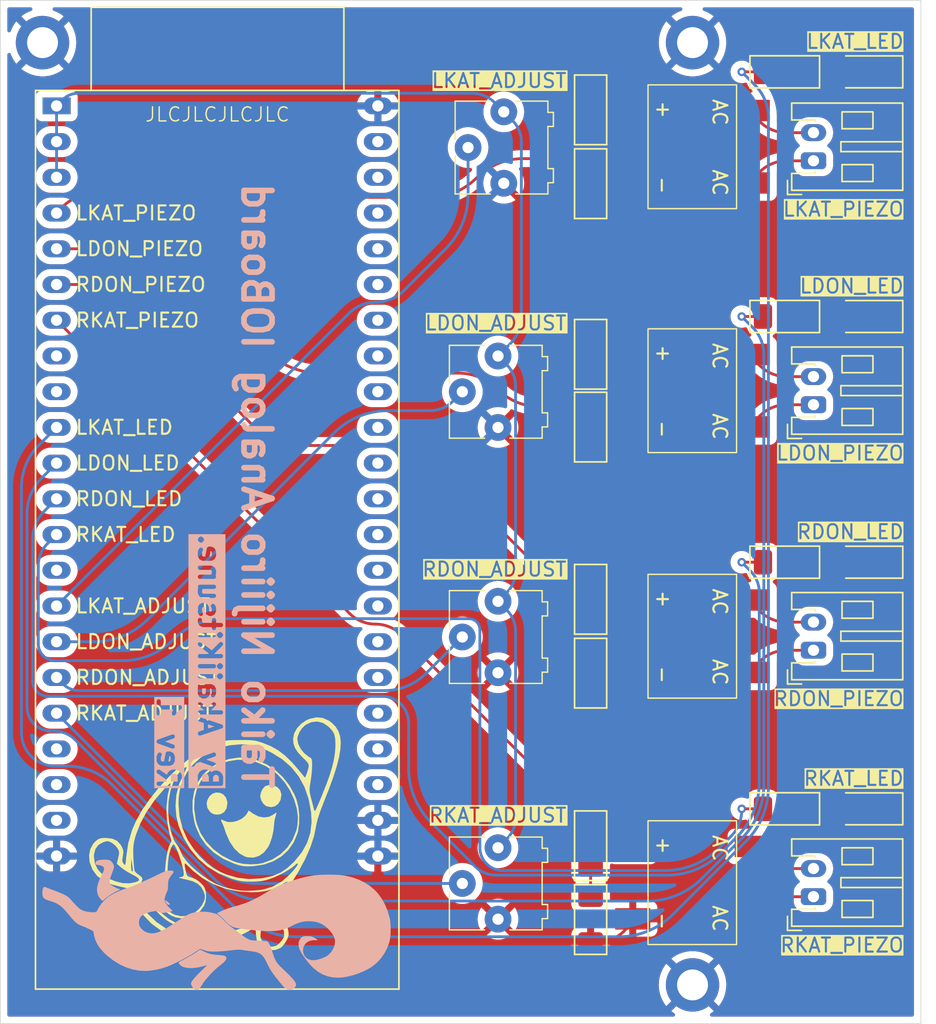
<source format=kicad_pcb>
(kicad_pcb (version 20240108) (generator "pcbnew") (generator_version "8.0")
  (title_block (title "Taiko Nijiiro Analog IOBoard") (date "2024-04-26") (rev "1") (company "AkaiiKitsune"))
  (layers (0 "F.Cu" signal) (31 "B.Cu" signal) (34 "B.Paste" user) (35 "F.Paste" user) (36 "B.SilkS" user "B.Silkscreen") (37 "F.SilkS" user "F.Silkscreen") (38 "B.Mask" user) (39 "F.Mask" user) (44 "Edge.Cuts" user))
  (net 0 "")
  (net 1 "GND")
  (net 2 "SIGNAL_LKAT_ADJUST")
  (net 3 "+3.3V")
  (net 4 "SIGNAL_LDON_ADJUST")
  (net 5 "SIGNAL_RDON_ADJUST")
  (net 6 "SIGNAL_RKAT_ADJUST")
  (net 7 "SIGNAL_RDON_PIEZO")
  (net 17 "SIGNAL_LKAT_PIEZO")
  (net 18 "Net-(D1-A)")
  (net 20 "Net-(D2-A)")
  (net 21 "SIGNAL_RKAT_PIEZO")
  (net 25 "Net-(D3-A)")
  (net 31 "Net-(D4-A)")
  (net 38 "SIGNAL_LDON_PIEZO")
  (net 40 "Net-(J1-Pin_2)")
  (net 41 "Net-(J1-Pin_1)")
  (net 42 "Net-(J2-Pin_2)")
  (net 43 "Net-(J2-Pin_1)")
  (net 44 "Net-(J3-Pin_2)")
  (net 45 "Net-(J3-Pin_1)")
  (net 46 "Net-(J4-Pin_2)")
  (net 47 "Net-(J4-Pin_1)")
  (net 48 "Net-(U1-+)")
  (net 49 "Net-(U2-+)")
  (net 50 "Net-(U3-+)")
  (net 51 "Net-(U4-+)")
  (net 52 "SIGNAL_LKAT_LED")
  (net 53 "SIGNAL_LDON_LED")
  (net 54 "SIGNAL_RDON_LED")
  (net 55 "SIGNAL_RKAT_LED")
  (footprint "PCM_Resistor_SMD_AKL:R_1206_3216Metric_Pad1.30x1.75mm_HandSolder" (layer "F.Cu") (at 110.35 90.409637 90)
    (property "Reference" "R7" (hide yes))
    (property "Value" "100k" (hide yes))
    (pad "1" smd roundrect (at -1.55 0 90) (size 1.3 1.75) (layers "F.Cu" "F.Paste" "F.Mask") (roundrect_rratio 0.192308) (net 1 "GND"))
    (pad "2" smd roundrect (at 1.55 0 90) (size 1.3 1.75) (layers "F.Cu" "F.Paste" "F.Mask") (roundrect_rratio 0.192308) (net 21 "SIGNAL_RKAT_PIEZO"))
  )
  (footprint "Farewell:DB10X SOP4" (layer "F.Cu") (at 117.6 87.784637 -90)
    (property "Reference" "U4" (hide yes))
    (property "Value" "~" (hide yes))
    (fp_text user "AC" (at 1.521429 -1.353119 -90) (layer "F.SilkS") (effects (justify left bottom)))
    (fp_text user "-" (at 2.020136 2.698566 -90) (layer "F.SilkS") (effects (justify left bottom)))
    (fp_text user "+" (at -3.358231 2.640398 -90) (layer "F.SilkS") (effects (justify left bottom)))
    (fp_text user "AC" (at -3.478571 -1.353119 -90) (layer "F.SilkS") (effects (justify left bottom)))
    (pad "1" smd rect (at 2.575 -4.25 180) (size 2.5 1.524) (layers "F.Cu" "F.Paste" "F.Mask") (net 47 "Net-(J4-Pin_1)"))
    (pad "2" smd rect (at -2.575 -4.25 180) (size 2.5 1.524) (layers "F.Cu" "F.Paste" "F.Mask") (net 46 "Net-(J4-Pin_2)"))
    (pad "3" smd rect (at -2.575 4.25 180) (size 2.5 1.524) (layers "F.Cu" "F.Paste" "F.Mask") (net 51 "Net-(U4-+)"))
    (pad "4" smd rect (at 2.575 4.25 180) (size 2.5 1.524) (layers "F.Cu" "F.Paste" "F.Mask") (net 1 "GND"))
  )
  (footprint "PCM_Espressif:ESP32-S3-DevKitC" (layer "F.Cu") (at 72.35 32.554351)
    (property "Reference" "U5" (hide yes))
    (property "Value" "ESP32-S3-DevKitC" (hide yes))
    (fp_text user "RKAT_PIEZO" (at 1.27 15.24 0) (layer "F.SilkS") (effects (justify left)))
    (fp_text user "RKAT_ADJUST" (at 1.27 43.18 0) (layer "F.SilkS") (effects (justify left)))
    (fp_text user "LKAT_ADJUST" (at 1.27 35.56 0) (layer "F.SilkS") (effects (justify left)))
    (fp_text user "LDON_PIEZO" (at 1.27 10.16 0) (layer "F.SilkS") (effects (justify left)))
    (fp_text user "RDON_ADJUST" (at 1.27 40.64 0) (layer "F.SilkS") (effects (justify left)))
    (fp_text user "RKAT_LED" (at 1.27 30.48 0) (layer "F.SilkS") (effects (justify left)))
    (fp_text user "LKAT_LED" (at 1.27 22.86 0) (layer "F.SilkS") (effects (justify left)))
    (fp_text user "RDON_LED" (at 1.27 27.94 0) (layer "F.SilkS") (effects (justify left)))
    (fp_text user "LDON_ADJUST" (at 1.27 38.1 0) (layer "F.SilkS") (effects (justify left)))
    (fp_text user "LDON_LED" (at 1.27 25.4 0) (layer "F.SilkS") (effects (justify left)))
    (fp_text user "LKAT_PIEZO" (at 1.27 7.62 0) (layer "F.SilkS") (effects (justify left)))
    (fp_text user "RDON_PIEZO" (at 1.27 12.7 0) (layer "F.SilkS") (effects (justify left)))
    (pad "1" thru_hole rect (at 0 0 270) (size 1.2 2) (drill 0.8) (layers "*.Cu" "*.Mask") (net 3 "+3.3V"))
    (pad "2" thru_hole oval (at 0 2.54 270) (size 1.2 2) (drill 0.8) (layers "*.Cu" "*.Mask") (net 3 "+3.3V"))
    (pad "3" thru_hole oval (at 0 5.08 270) (size 1.2 2) (drill 0.8) (layers "*.Cu" "*.Mask") (net 3 "+3.3V"))
    (pad "4" thru_hole oval (at 0 7.62 270) (size 1.2 2) (drill 0.8) (layers "*.Cu" "*.Mask") (net 17 "SIGNAL_LKAT_PIEZO"))
    (pad "5" thru_hole oval (at 0 10.16 270) (size 1.2 2) (drill 0.8) (layers "*.Cu" "*.Mask") (net 38 "SIGNAL_LDON_PIEZO"))
    (pad "6" thru_hole oval (at 0 12.7 270) (size 1.2 2) (drill 0.8) (layers "*.Cu" "*.Mask") (net 7 "SIGNAL_RDON_PIEZO"))
    (pad "7" thru_hole oval (at 0 15.24 270) (size 1.2 2) (drill 0.8) (layers "*.Cu" "*.Mask") (net 21 "SIGNAL_RKAT_PIEZO"))
    (pad "8" thru_hole oval (at 0 17.78 270) (size 1.2 2) (drill 0.8) (layers "*.Cu" "*.Mask"))
    (pad "9" thru_hole oval (at 0 20.32 270) (size 1.2 2) (drill 0.8) (layers "*.Cu" "*.Mask"))
    (pad "10" thru_hole oval (at 0 22.86 270) (size 1.2 2) (drill 0.8) (layers "*.Cu" "*.Mask") (net 52 "SIGNAL_LKAT_LED"))
    (pad "11" thru_hole oval (at 0 25.4 270) (size 1.2 2) (drill 0.8) (layers "*.Cu" "*.Mask") (net 53 "SIGNAL_LDON_LED"))
    (pad "12" thru_hole oval (at 0 27.94 270) (size 1.2 2) (drill 0.8) (layers "*.Cu" "*.Mask") (net 54 "SIGNAL_RDON_LED"))
    (pad "13" thru_hole oval (at 0 30.48 270) (size 1.2 2) (drill 0.8) (layers "*.Cu" "*.Mask") (net 55 "SIGNAL_RKAT_LED"))
    (pad "14" thru_hole oval (at 0 33.02 270) (size 1.2 2) (drill 0.8) (layers "*.Cu" "*.Mask"))
    (pad "15" thru_hole oval (at 0 35.56 270) (size 1.2 2) (drill 0.8) (layers "*.Cu" "*.Mask") (net 2 "SIGNAL_LKAT_ADJUST"))
    (pad "16" thru_hole oval (at 0 38.1 270) (size 1.2 2) (drill 0.8) (layers "*.Cu" "*.Mask") (net 4 "SIGNAL_LDON_ADJUST"))
    (pad "17" thru_hole oval (at 0 40.64 270) (size 1.2 2) (drill 0.8) (layers "*.Cu" "*.Mask") (net 5 "SIGNAL_RDON_ADJUST"))
    (pad "18" thru_hole oval (at 0 43.18 270) (size 1.2 2) (drill 0.8) (layers "*.Cu" "*.Mask") (net 6 "SIGNAL_RKAT_ADJUST"))
    (pad "19" thru_hole oval (at 0 45.72 270) (size 1.2 2) (drill 0.8) (layers "*.Cu" "*.Mask"))
    (pad "20" thru_hole oval (at -0.00368 48.25728 270) (size 1.2 2) (drill 0.8) (layers "*.Cu" "*.Mask"))
    (pad "21" thru_hole oval (at -0.00368 50.79728 270) (size 1.2 2) (drill 0.8) (layers "*.Cu" "*.Mask"))
    (pad "22" thru_hole oval (at -0.00368 53.33728 270) (size 1.2 2) (drill 0.8) (layers "*.Cu" "*.Mask") (net 1 "GND"))
    (pad "23" thru_hole oval (at 22.86 53.34 270) (size 1.2 2) (drill 0.8) (layers "*.Cu" "*.Mask") (net 1 "GND"))
    (pad "24" thru_hole oval (at 22.86 50.8 270) (size 1.2 2) (drill 0.8) (layers "*.Cu" "*.Mask") (net 1 "GND"))
    (pad "25" thru_hole oval (at 22.86 48.26 270) (size 1.2 2) (drill 0.8) (layers "*.Cu" "*.Mask"))
    (pad "26" thru_hole oval (at 22.86 45.72 270) (size 1.2 2) (drill 0.8) (layers "*.Cu" "*.Mask"))
    (pad "27" thru_hole oval (at 22.86 43.18 270) (size 1.2 2) (drill 0.8) (layers "*.Cu" "*.Mask"))
    (pad "28" thru_hole oval (at 22.86 40.64 270) (size 1.2 2) (drill 0.8) (layers "*.Cu" "*.Mask"))
    (pad "29" thru_hole oval (at 22.86 38.1 270) (size 1.2 2) (drill 0.8) (layers "*.Cu" "*.Mask"))
    (pad "30" thru_hole oval (at 22.86 35.56 270) (size 1.2 2) (drill 0.8) (layers "*.Cu" "*.Mask"))
    (pad "31" thru_hole oval (at 22.86 33.02 270) (size 1.2 2) (drill 0.8) (layers "*.Cu" "*.Mask"))
    (pad "32" thru_hole oval (at 22.86 30.48 270) (size 1.2 2) (drill 0.8) (layers "*.Cu" "*.Mask"))
    (pad "33" thru_hole oval (at 22.86 27.94 270) (size 1.2 2) (drill 0.8) (layers "*.Cu" "*.Mask"))
    (pad "34" thru_hole oval (at 22.86 25.4 270) (size 1.2 2) (drill 0.8) (layers "*.Cu" "*.Mask"))
    (pad "35" thru_hole oval (at 22.86 22.86 270) (size 1.2 2) (drill 0.8) (layers "*.Cu" "*.Mask"))
    (pad "36" thru_hole oval (at 22.86 20.32 270) (size 1.2 2) (drill 0.8) (layers "*.Cu" "*.Mask"))
    (pad "37" thru_hole oval (at 22.86 17.78 270) (size 1.2 2) (drill 0.8) (layers "*.Cu" "*.Mask"))
    (pad "38" thru_hole oval (at 22.86 15.24 270) (size 1.2 2) (drill 0.8) (layers "*.Cu" "*.Mask"))
    (pad "39" thru_hole oval (at 22.86 12.7 270) (size 1.2 2) (drill 0.8) (layers "*.Cu" "*.Mask"))
    (pad "40" thru_hole oval (at 22.86 10.16 270) (size 1.2 2) (drill 0.8) (layers "*.Cu" "*.Mask"))
    (pad "41" thru_hole oval (at 22.86 7.62 270) (size 1.2 2) (drill 0.8) (layers "*.Cu" "*.Mask"))
    (pad "42" thru_hole oval (at 22.86 5.08 270) (size 1.2 2) (drill 0.8) (layers "*.Cu" "*.Mask"))
    (pad "43" thru_hole oval (at 22.86 2.54 270) (size 1.2 2) (drill 0.8) (layers "*.Cu" "*.Mask"))
    (pad "44" thru_hole oval (at 22.86 0 270) (size 1.2 2) (drill 0.8) (layers "*.Cu" "*.Mask") (net 1 "GND"))
  )
  (footprint "PCM_Resistor_SMD_AKL:R_1206_3216Metric_Pad1.30x1.75mm_HandSolder" (layer "F.Cu") (at 124.1625 82.534637)
    (property "Reference" "R12" (hide yes))
    (property "Value" "220" (hide yes))
    (pad "1" smd roundrect (at -1.55 0) (size 1.3 1.75) (layers "F.Cu" "F.Paste" "F.Mask") (roundrect_rratio 0.192308) (net 55 "SIGNAL_RKAT_LED"))
    (pad "2" smd roundrect (at 1.55 0) (size 1.3 1.75) (layers "F.Cu" "F.Paste" "F.Mask") (roundrect_rratio 0.192308) (net 31 "Net-(D4-A)"))
  )
  (footprint "LOGO" (layer "F.Cu") (at 83.6 84.304351)
    (property "Reference" "G***" (hide yes))
    (property "Value" "LOGO" (hide yes))
  )
  (footprint "PCM_Resistor_SMD_AKL:R_1206_3216Metric_Pad1.30x1.75mm_HandSolder" (layer "F.Cu") (at 124.1625 30.134637)
    (property "Reference" "R9" (hide yes))
    (property "Value" "220" (hide yes))
    (pad "1" smd roundrect (at -1.55 0) (size 1.3 1.75) (layers "F.Cu" "F.Paste" "F.Mask") (roundrect_rratio 0.192308) (net 52 "SIGNAL_LKAT_LED"))
    (pad "2" smd roundrect (at 1.55 0) (size 1.3 1.75) (layers "F.Cu" "F.Paste" "F.Mask") (roundrect_rratio 0.192308) (net 18 "Net-(D1-A)"))
  )
  (footprint "PCM_Resistor_SMD_AKL:R_1206_3216Metric_Pad1.30x1.75mm_HandSolder" (layer "F.Cu") (at 110.35 55.391851 90)
    (property "Reference" "R3" (hide yes))
    (property "Value" "100k" (hide yes))
    (pad "1" smd roundrect (at -1.55 0 90) (size 1.3 1.75) (layers "F.Cu" "F.Paste" "F.Mask") (roundrect_rratio 0.192308) (net 1 "GND"))
    (pad "2" smd roundrect (at 1.55 0 90) (size 1.3 1.75) (layers "F.Cu" "F.Paste" "F.Mask") (roundrect_rratio 0.192308) (net 38 "SIGNAL_LDON_PIEZO"))
  )
  (footprint "LED_SMD:LED_1206_3216Metric_Pad1.42x1.75mm_HandSolder" (layer "F.Cu") (at 130.1 47.529351 180)
    (property "Reference" "D2" (hide yes))
    (property "Value" "LDON_LED" (at 1.175968 2.158141 180) (layer "F.SilkS" knockout))
    (pad "1" smd roundrect (at -1.4875 0 180) (size 1.425 1.75) (layers "F.Cu" "F.Paste" "F.Mask") (roundrect_rratio 0.175439) (net 1 "GND"))
    (pad "2" smd roundrect (at 1.4875 0 180) (size 1.425 1.75) (layers "F.Cu" "F.Paste" "F.Mask") (roundrect_rratio 0.175439) (net 20 "Net-(D2-A)"))
  )
  (footprint "Connector_TE-Connectivity:TE_440055-2_1x02_P2.00mm_Horizontal" (layer "F.Cu") (at 126.20729 36.454803 90)
    (property "Reference" "J1" (hide yes))
    (property "Value" "LKAT_PIEZO" (at -3.450364 2.121504 0) (layer "F.SilkS" knockout))
    (pad "1" thru_hole roundrect (at 0 0 90) (size 1.2 1.8) (drill 0.8) (layers "*.Cu" "*.Mask") (net 41 "Net-(J1-Pin_1)"))
    (pad "2" thru_hole oval (at 2 0 90) (size 1.2 1.8) (drill 0.8) (layers "*.Cu" "*.Mask") (net 40 "Net-(J1-Pin_2)"))
  )
  (footprint "PCM_SL_Footprints:potentiometer_3362P" (layer "F.Cu") (at 103.6 87.841262 -90)
    (property "Reference" "RV4" (hide yes))
    (property "Value" "RKAT_ADJUST" (at -4.841262 -0.138095 180) (layer "F.SilkS" knockout))
    (pad "1" thru_hole circle (at 2.54 -0.16 270) (size 1.9 1.9) (drill 0.8) (layers "*.Cu" "*.Mask") (net 1 "GND"))
    (pad "2" thru_hole circle (at 0 2.38 270) (size 1.9 1.9) (drill 0.8) (layers "*.Cu" "*.Mask") (net 6 "SIGNAL_RKAT_ADJUST"))
    (pad "3" thru_hole circle (at -2.54 -0.16 270) (size 1.9 1.9) (drill 0.8) (layers "*.Cu" "*.Mask") (net 3 "+3.3V"))
  )
  (footprint "Connector_TE-Connectivity:TE_440055-2_1x02_P2.00mm_Horizontal" (layer "F.Cu") (at 126.20729 71.257666 90)
    (property "Reference" "J3" (hide yes))
    (property "Value" "RDON_PIEZO" (at -3.450364 1.788171 0) (layer "F.SilkS" knockout))
    (pad "1" thru_hole roundrect (at 0 0 90) (size 1.2 1.8) (drill 0.8) (layers "*.Cu" "*.Mask") (net 45 "Net-(J3-Pin_1)"))
    (pad "2" thru_hole oval (at 2 0 90) (size 1.2 1.8) (drill 0.8) (layers "*.Cu" "*.Mask") (net 44 "Net-(J3-Pin_2)"))
  )
  (footprint "PCM_SL_Footprints:potentiometer_3362P" (layer "F.Cu") (at 103.6 52.879726 -90)
    (property "Reference" "RV2" (hide yes))
    (property "Value" "LDON_ADJUST" (at -4.879726 0.004762 180) (layer "F.SilkS" knockout))
    (pad "1" thru_hole circle (at 2.54 -0.16 270) (size 1.9 1.9) (drill 0.8) (layers "*.Cu" "*.Mask") (net 1 "GND"))
    (pad "2" thru_hole circle (at 0 2.38 270) (size 1.9 1.9) (drill 0.8) (layers "*.Cu" "*.Mask") (net 4 "SIGNAL_LDON_ADJUST"))
    (pad "3" thru_hole circle (at -2.54 -0.16 270) (size 1.9 1.9) (drill 0.8) (layers "*.Cu" "*.Mask") (net 3 "+3.3V"))
  )
  (footprint "PCM_SL_Footprints:potentiometer_3362P" (layer "F.Cu") (at 104.01 35.516262 -90)
    (property "Reference" "RV1" (hide yes))
    (property "Value" "LKAT_ADJUST" (at -4.755876 0.176667 180) (layer "F.SilkS" knockout))
    (pad "1" thru_hole circle (at 2.54 -0.16 270) (size 1.9 1.9) (drill 0.8) (layers "*.Cu" "*.Mask") (net 1 "GND"))
    (pad "2" thru_hole circle (at 0 2.38 270) (size 1.9 1.9) (drill 0.8) (layers "*.Cu" "*.Mask") (net 2 "SIGNAL_LKAT_ADJUST"))
    (pad "3" thru_hole circle (at -2.54 -0.16 270) (size 1.9 1.9) (drill 0.8) (layers "*.Cu" "*.Mask") (net 3 "+3.3V"))
  )
  (footprint "PCM_Resistor_SMD_AKL:R_1206_3216Metric_Pad1.30x1.75mm_HandSolder" (layer "F.Cu") (at 110.35 50.216851 90)
    (property "Reference" "R4" (hide yes))
    (property "Value" "100k" (hide yes))
    (pad "1" smd roundrect (at -1.55 0 90) (size 1.3 1.75) (layers "F.Cu" "F.Paste" "F.Mask") (roundrect_rratio 0.192308) (net 38 "SIGNAL_LDON_PIEZO"))
    (pad "2" smd roundrect (at 1.55 0 90) (size 1.3 1.75) (layers "F.Cu" "F.Paste" "F.Mask") (roundrect_rratio 0.192308) (net 49 "Net-(U2-+)"))
  )
  (footprint "Farewell:DB10X SOP4" (layer "F.Cu") (at 117.6 70.2625 -90)
    (property "Reference" "U3" (hide yes))
    (property "Value" "~" (hide yes))
    (fp_text user "+" (at -3.358231 2.640398 -90) (layer "F.SilkS") (effects (justify left bottom)))
    (fp_text user "-" (at 2.020136 2.698566 -90) (layer "F.SilkS") (effects (justify left bottom)))
    (fp_text user "AC" (at 1.521429 -1.353119 -90) (layer "F.SilkS") (effects (justify left bottom)))
    (fp_text user "AC" (at -3.478571 -1.353119 -90) (layer "F.SilkS") (effects (justify left bottom)))
    (pad "1" smd rect (at 2.575 -4.25 180) (size 2.5 1.524) (layers "F.Cu" "F.Paste" "F.Mask") (net 45 "Net-(J3-Pin_1)"))
    (pad "2" smd rect (at -2.575 -4.25 180) (size 2.5 1.524) (layers "F.Cu" "F.Paste" "F.Mask") (net 44 "Net-(J3-Pin_2)"))
    (pad "3" smd rect (at -2.575 4.25 180) (size 2.5 1.524) (layers "F.Cu" "F.Paste" "F.Mask") (net 50 "Net-(U3-+)"))
    (pad "4" smd rect (at 2.575 4.25 180) (size 2.5 1.524) (layers "F.Cu" "F.Paste" "F.Mask") (net 1 "GND"))
  )
  (footprint "Farewell:DB10X SOP4" (layer "F.Cu") (at 117.6 35.459637 -90)
    (property "Reference" "U1" (hide yes))
    (property "Value" "~" (hide yes))
    (fp_text user "-" (at 2.020136 2.698566 -90) (layer "F.SilkS") (effects (justify left bottom)))
    (fp_text user "AC" (at 1.521429 -1.353119 -90) (layer "F.SilkS") (effects (justify left bottom)))
    (fp_text user "AC" (at -3.478571 -1.353119 -90) (layer "F.SilkS") (effects (justify left bottom)))
    (fp_text user "+" (at -3.358231 2.640398 -90) (layer "F.SilkS") (effects (justify left bottom)))
    (pad "1" smd rect (at 2.575 -4.25 180) (size 2.5 1.524) (layers "F.Cu" "F.Paste" "F.Mask") (net 41 "Net-(J1-Pin_1)"))
    (pad "2" smd rect (at -2.575 -4.25 180) (size 2.5 1.524) (layers "F.Cu" "F.Paste" "F.Mask") (net 40 "Net-(J1-Pin_2)"))
    (pad "3" smd rect (at -2.575 4.25 180) (size 2.5 1.524) (layers "F.Cu" "F.Paste" "F.Mask") (net 48 "Net-(U1-+)"))
    (pad "4" smd rect (at 2.575 4.25 180) (size 2.5 1.524) (layers "F.Cu" "F.Paste" "F.Mask") (net 1 "GND"))
  )
  (footprint "PCM_Resistor_SMD_AKL:R_1206_3216Metric_Pad1.30x1.75mm_HandSolder" (layer "F.Cu") (at 110.35 85.159637 90)
    (property "Reference" "R8" (hide yes))
    (property "Value" "100k" (hide yes))
    (pad "1" smd roundrect (at -1.55 0 90) (size 1.3 1.75) (layers "F.Cu" "F.Paste" "F.Mask") (roundrect_rratio 0.192308) (net 21 "SIGNAL_RKAT_PIEZO"))
    (pad "2" smd roundrect (at 1.55 0 90) (size 1.3 1.75) (layers "F.Cu" "F.Paste" "F.Mask") (roundrect_rratio 0.192308) (net 51 "Net-(U4-+)"))
  )
  (footprint "Connector_TE-Connectivity:TE_440055-2_1x02_P2.00mm_Horizontal" (layer "F.Cu") (at 126.20729 88.779803 90)
    (property "Reference" "J4" (hide yes))
    (property "Value" "RKAT_PIEZO" (at -3.450364 2.026266 0) (layer "F.SilkS" knockout))
    (pad "1" thru_hole roundrect (at 0 0 90) (size 1.2 1.8) (drill 0.8) (layers "*.Cu" "*.Mask") (net 47 "Net-(J4-Pin_1)"))
    (pad "2" thru_hole oval (at 2 0 90) (size 1.2 1.8) (drill 0.8) (layers "*.Cu" "*.Mask") (net 46 "Net-(J4-Pin_2)"))
  )
  (footprint "LED_SMD:LED_1206_3216Metric_Pad1.42x1.75mm_HandSolder" (layer "F.Cu") (at 130.1 82.534637 180)
    (property "Reference" "D4" (hide yes))
    (property "Value" "RKAT_LED" (at 1.033111 2.158141 180) (layer "F.SilkS" knockout))
    (pad "1" smd roundrect (at -1.4875 0 180) (size 1.425 1.75) (layers "F.Cu" "F.Paste" "F.Mask") (roundrect_rratio 0.175439) (net 1 "GND"))
    (pad "2" smd roundrect (at 1.4875 0 180) (size 1.425 1.75) (layers "F.Cu" "F.Paste" "F.Mask") (roundrect_rratio 0.175439) (net 31 "Net-(D4-A)"))
  )
  (footprint "MountingHole:MountingHole_2.2mm_M2_DIN965_Pad" (layer "F.Cu") (at 71.35 28.054351)
    (property "Reference" "REF**" (hide yes))
    (property "Value" "MountingHole_2.2mm_M2_DIN965_Pad" (hide yes))
    (pad "1" thru_hole circle (at 0 0) (size 3.8 3.8) (drill 2.2) (layers "*.Cu" "*.Mask") (net 1 "GND"))
  )
  (footprint "Connector_TE-Connectivity:TE_440055-2_1x02_P2.00mm_Horizontal" (layer "F.Cu") (at 126.20729 53.799517 90)
    (property "Reference" "J2" (hide yes))
    (property "Value" "LDON_PIEZO" (at -3.450364 1.883409 0) (layer "F.SilkS" knockout))
    (pad "1" thru_hole roundrect (at 0 0 90) (size 1.2 1.8) (drill 0.8) (layers "*.Cu" "*.Mask") (net 43 "Net-(J2-Pin_1)"))
    (pad "2" thru_hole oval (at 2 0 90) (size 1.2 1.8) (drill 0.8) (layers "*.Cu" "*.Mask") (net 42 "Net-(J2-Pin_2)"))
  )
  (footprint "PCM_Resistor_SMD_AKL:R_1206_3216Metric_Pad1.30x1.75mm_HandSolder" (layer "F.Cu") (at 110.35 72.8875 90)
    (property "Reference" "R5" (hide yes))
    (property "Value" "100k" (hide yes))
    (pad "1" smd roundrect (at -1.55 0 90) (size 1.3 1.75) (layers "F.Cu" "F.Paste" "F.Mask") (roundrect_rratio 0.192308) (net 1 "GND"))
    (pad "2" smd roundrect (at 1.55 0 90) (size 1.3 1.75) (layers "F.Cu" "F.Paste" "F.Mask") (roundrect_rratio 0.192308) (net 7 "SIGNAL_RDON_PIEZO"))
  )
  (footprint "LED_SMD:LED_1206_3216Metric_Pad1.42x1.75mm_HandSolder" (layer "F.Cu") (at 130.1 65 180)
    (property "Reference" "D3" (hide yes))
    (property "Value" "RDON_LED" (at 1.271206 2.158141 180) (layer "F.SilkS" knockout))
    (pad "1" smd roundrect (at -1.4875 0 180) (size 1.425 1.75) (layers "F.Cu" "F.Paste" "F.Mask") (roundrect_rratio 0.175439) (net 1 "GND"))
    (pad "2" smd roundrect (at 1.4875 0 180) (size 1.425 1.75) (layers "F.Cu" "F.Paste" "F.Mask") (roundrect_rratio 0.175439) (net 25 "Net-(D3-A)"))
  )
  (footprint "PCM_Resistor_SMD_AKL:R_1206_3216Metric_Pad1.30x1.75mm_HandSolder" (layer "F.Cu") (at 110.35 67.6375 90)
    (property "Reference" "R6" (hide yes))
    (property "Value" "100k" (hide yes))
    (pad "1" smd roundrect (at -1.55 0 90) (size 1.3 1.75) (layers "F.Cu" "F.Paste" "F.Mask") (roundrect_rratio 0.192308) (net 7 "SIGNAL_RDON_PIEZO"))
    (pad "2" smd roundrect (at 1.55 0 90) (size 1.3 1.75) (layers "F.Cu" "F.Paste" "F.Mask") (roundrect_rratio 0.192308) (net 50 "Net-(U3-+)"))
  )
  (footprint "LED_SMD:LED_1206_3216Metric_Pad1.42x1.75mm_HandSolder" (layer "F.Cu") (at 130.1 30.134637 180)
    (property "Reference" "D1" (hide yes))
    (property "Value" "LKAT_LED" (at 0.937873 2.158141 180) (layer "F.SilkS" knockout))
    (pad "1" smd roundrect (at -1.4875 0 180) (size 1.425 1.75) (layers "F.Cu" "F.Paste" "F.Mask") (roundrect_rratio 0.175439) (net 1 "GND"))
    (pad "2" smd roundrect (at 1.4875 0 180) (size 1.425 1.75) (layers "F.Cu" "F.Paste" "F.Mask") (roundrect_rratio 0.175439) (net 18 "Net-(D1-A)"))
  )
  (footprint "MountingHole:MountingHole_2.2mm_M2_DIN965_Pad" (layer "F.Cu") (at 117.6 95.054351)
    (property "Reference" "REF**" (hide yes))
    (property "Value" "MountingHole_2.2mm_M2_DIN965_Pad" (hide yes))
    (pad "1" thru_hole circle (at 0 0) (size 3.8 3.8) (drill 2.2) (layers "*.Cu" "*.Mask") (net 1 "GND"))
  )
  (footprint "PCM_Resistor_SMD_AKL:R_1206_3216Metric_Pad1.30x1.75mm_HandSolder" (layer "F.Cu") (at 110.35 32.834637 90)
    (property "Reference" "R1" (hide yes))
    (property "Value" "100k" (hide yes))
    (pad "1" smd roundrect (at -1.55 0 90) (size 1.3 1.75) (layers "F.Cu" "F.Paste" "F.Mask") (roundrect_rratio 0.192308) (net 17 "SIGNAL_LKAT_PIEZO"))
    (pad "2" smd roundrect (at 1.55 0 90) (size 1.3 1.75) (layers "F.Cu" "F.Paste" "F.Mask") (roundrect_rratio 0.192308) (net 48 "Net-(U1-+)"))
  )
  (footprint "PCM_Resistor_SMD_AKL:R_1206_3216Metric_Pad1.30x1.75mm_HandSolder" (layer "F.Cu") (at 124.1625 65)
    (property "Reference" "R11" (hide yes))
    (property "Value" "220" (hide yes))
    (pad "1" smd roundrect (at -1.55 0) (size 1.3 1.75) (layers "F.Cu" "F.Paste" "F.Mask") (roundrect_rratio 0.192308) (net 54 "SIGNAL_RDON_LED"))
    (pad "2" smd roundrect (at 1.55 0) (size 1.3 1.75) (layers "F.Cu" "F.Paste" "F.Mask") (roundrect_rratio 0.192308) (net 25 "Net-(D3-A)"))
  )
  (footprint "PCM_Resistor_SMD_AKL:R_1206_3216Metric_Pad1.30x1.75mm_HandSolder" (layer "F.Cu") (at 124.1625 47.529351)
    (property "Reference" "R10" (hide yes))
    (property "Value" "220" (hide yes))
    (pad "1" smd roundrect (at -1.55 0) (size 1.3 1.75) (layers "F.Cu" "F.Paste" "F.Mask") (roundrect_rratio 0.192308) (net 53 "SIGNAL_LDON_LED"))
    (pad "2" smd roundrect (at 1.55 0) (size 1.3 1.75) (layers "F.Cu" "F.Paste" "F.Mask") (roundrect_rratio 0.192308) (net 20 "Net-(D2-A)"))
  )
  (footprint "PCM_SL_Footprints:potentiometer_3362P" (layer "F.Cu") (at 103.6 70.319125 -90)
    (property "Reference" "RV3" (hide yes))
    (property "Value" "RDON_ADJUST" (at -4.819125 0.1 180) (layer "F.SilkS" knockout))
    (pad "1" thru_hole circle (at 2.54 -0.16 270) (size 1.9 1.9) (drill 0.8) (layers "*.Cu" "*.Mask") (net 1 "GND"))
    (pad "2" thru_hole circle (at 0 2.38 270) (size 1.9 1.9) (drill 0.8) (layers "*.Cu" "*.Mask") (net 5 "SIGNAL_RDON_ADJUST"))
    (pad "3" thru_hole circle (at -2.54 -0.16 270) (size 1.9 1.9) (drill 0.8) (layers "*.Cu" "*.Mask") (net 3 "+3.3V"))
  )
  (footprint "Farewell:DB10X SOP4" (layer "F.Cu") (at 117.6 52.804351 -90)
    (property "Reference" "U2" (hide yes))
    (property "Value" "~" (hide yes))
    (fp_text user "AC" (at 1.521429 -1.353119 -90) (layer "F.SilkS") (effects (justify left bottom)))
    (fp_text user "-" (at 2.020136 2.698566 -90) (layer "F.SilkS") (effects (justify left bottom)))
    (fp_text user "AC" (at -3.478571 -1.353119 -90) (layer "F.SilkS") (effects (justify left bottom)))
    (fp_text user "+" (at -3.358231 2.640398 -90) (layer "F.SilkS") (effects (justify left bottom)))
    (pad "1" smd rect (at 2.575 -4.25 180) (size 2.5 1.524) (layers "F.Cu" "F.Paste" "F.Mask") (net 43 "Net-(J2-Pin_1)"))
    (pad "2" smd rect (at -2.575 -4.25 180) (size 2.5 1.524) (layers "F.Cu" "F.Paste" "F.Mask") (net 42 "Net-(J2-Pin_2)"))
    (pad "3" smd rect (at -2.575 4.25 180) (size 2.5 1.524) (layers "F.Cu" "F.Paste" "F.Mask") (net 49 "Net-(U2-+)"))
    (pad "4" smd rect (at 2.575 4.25 180) (size 2.5 1.524) (layers "F.Cu" "F.Paste" "F.Mask") (net 1 "GND"))
  )
  (footprint "MountingHole:MountingHole_2.2mm_M2_DIN965_Pad" (layer "F.Cu") (at 117.6 28.054351)
    (property "Reference" "REF**" (hide yes))
    (property "Value" "MountingHole_2.2mm_M2_DIN965_Pad" (hide yes))
    (pad "1" thru_hole circle (at 0 0) (size 3.8 3.8) (drill 2.2) (layers "*.Cu" "*.Mask") (net 1 "GND"))
  )
  (footprint "PCM_Resistor_SMD_AKL:R_1206_3216Metric_Pad1.30x1.75mm_HandSolder" (layer "F.Cu") (at 110.35 38.084637 90)
    (property "Reference" "R2" (hide yes))
    (property "Value" "100k" (hide yes))
    (pad "1" smd roundrect (at -1.55 0 90) (size 1.3 1.75) (layers "F.Cu" "F.Paste" "F.Mask") (roundrect_rratio 0.192308) (net 1 "GND"))
    (pad "2" smd roundrect (at 1.55 0 90) (size 1.3 1.75) (layers "F.Cu" "F.Paste" "F.Mask") (roundrect_rratio 0.192308) (net 17 "SIGNAL_LKAT_PIEZO"))
  )
  (footprint "LOGO" (layer "B.Cu") (at 83.753239 90.804351 90)
    (property "Reference" "G***" (hide yes))
    (property "Value" "LOGO" (hide yes))
  )
  (gr_rect (start 68.349999 25.049509) (end 133.85 97.807983) (stroke (width 0.05)) (fill none) (layer "Edge.Cuts"))
  (gr_text "Rev 1" (at 79.418 81.304351 270) (layer "B.SilkS" knockout) (effects (font (size 1.5 1.5) (thickness 0.3) (bold yes)) (justify left bottom mirror)))
  (gr_text "By AkaiiKitsune." (at 82.35 81.304351 270) (layer "B.SilkS" knockout) (effects (font (size 1.5 1.5) (thickness 0.3) (bold yes)) (justify left bottom mirror)))
  (gr_text "Taiko Nijiiro Analog IOBoard" (at 85.418 81.304351 270) (layer "B.SilkS") (effects (font (size 2 2) (thickness 0.4) (bold yes)) (justify left bottom mirror)))
  (gr_text "JLCJLCJLCJLC" (at 78.587142 33.75 0) (layer "F.SilkS") (effects (font (size 1 1) (thickness 0.1)) (justify left bottom)))
  (segment (start 112.701799 73.7357) (end 113.6 72.8375) (width 0.2) (layer "F.Cu") (net 1))
  (segment (start 112.752557 56.226793) (end 113.6 55.379351) (width 0.2) (layer "F.Cu") (net 1))
  (segment (start 112.701799 91.257837) (end 113.6 90.359637) (width 0.2) (layer "F.Cu") (net 1))
  (segment (start 111.2375 56.854351) (end 110.35 56.854351) (width 0.2) (layer "F.Cu") (net 1))
  (segment (start 112.701799 38.932837) (end 113.6 38.034637) (width 0.2) (layer "F.Cu") (net 1))
  (segment (start 111.21875 91.872137) (end 110.35 91.872137) (width 0.2) (layer "F.Cu") (net 1))
  (segment (start 111.21875 74.35) (end 110.35 74.35) (width 0.2) (layer "F.Cu") (net 1))
  (segment (start 111.21875 39.547137) (end 110.35 39.547137) (width 0.2) (layer "F.Cu") (net 1))
  (arc (start 112.752557 56.226793) (mid 112.057443 56.691253) (end 111.2375 56.854351) (width 0.2) (layer "F.Cu") (net 1))
  (arc (start 112.701799 91.257837) (mid 112.02137 91.712485) (end 111.21875 91.872137) (width 0.2) (layer "F.Cu") (net 1))
  (arc (start 112.701799 73.7357) (mid 112.02137 74.190348) (end 111.21875 74.35) (width 0.2) (layer "F.Cu") (net 1))
  (arc (start 112.701799 38.932837) (mid 112.02137 39.387485) (end 111.21875 39.547137) (width 0.2) (layer "F.Cu") (net 1))
  (segment (start 100.036207 42.713792) (end 97.058098 45.691901) (width 0.2) (layer "B.Cu") (net 2))
  (segment (start 93.156252 47.308098) (end 72.35 68.114351) (width 0.2) (layer "B.Cu") (net 2))
  (segment (start 101.63 38.866036) (end 101.63 35.516262) (width 0.2) (layer "B.Cu") (net 2))
  (arc (start 97.058098 45.691901) (mid 96.163007 46.289981) (end 95.107175 46.5) (width 0.2) (layer "B.Cu") (net 2))
  (arc (start 95.107175 46.5) (mid 94.051343 46.710017) (end 93.156252 47.308098) (width 0.2) (layer "B.Cu") (net 2))
  (arc (start 101.63 38.866036) (mid 101.215786 40.948426) (end 100.036207 42.713792) (width 0.2) (layer "B.Cu") (net 2))
  (segment (start 72.35 35.094351) (end 72.35 33.190747) (width 0.2) (layer "B.Cu") (net 3))
  (segment (start 103.545 32.351262) (end 104.795 33.601262) (width 0.2) (layer "B.Cu") (net 3))
  (segment (start 103.545 32.351262) (end 103.509044 32.315306) (width 0.2) (layer "B.Cu") (net 3))
  (segment (start 104.385 84.676262) (end 103.76 85.301262) (width 0.2) (layer "B.Cu") (net 3))
  (segment (start 104.59 49.509726) (end 104.385 49.714726) (width 0.2) (layer "B.Cu") (net 3))
  (segment (start 105.01 83.167378) (end 105.01 69.913008) (width 0.2) (layer "B.Cu") (net 3))
  (segment (start 72.35 35.094351) (end 72.35 37.634351) (width 0.2) (layer "B.Cu") (net 3))
  (segment (start 73.886396 31.654351) (end 101.913356 31.654351) (width 0.2) (layer "B.Cu") (net 3))
  (segment (start 105.01 52.473609) (end 105.01 65.645241) (width 0.2) (layer "B.Cu") (net 3))
  (segment (start 105.42 47.505928) (end 105.42 35.110145) (width 0.2) (layer "B.Cu") (net 3))
  (arc (start 104.795 33.601262) (mid 105.257567 34.293543) (end 105.42 35.110145) (width 0.2) (layer "B.Cu") (net 3))
  (arc (start 104.385 50.964726) (mid 104.847567 51.657007) (end 105.01 52.473609) (width 0.2) (layer "B.Cu") (net 3))
  (arc (start 104.385 68.404125) (mid 104.847567 69.096406) (end 105.01 69.913008) (width 0.2) (layer "B.Cu") (net 3))
  (arc (start 105.01 65.645241) (mid 104.847567 66.461843) (end 104.385 67.154125) (width 0.2) (layer "B.Cu") (net 3))
  (arc (start 105.42 47.505928) (mid 105.20429 48.590375) (end 104.59 49.509726) (width 0.2) (layer "B.Cu") (net 3))
  (arc (start 103.509044 32.315306) (mid 102.776936 31.826127) (end 101.913356 31.654351) (width 0.2) (layer "B.Cu") (net 3))
  (arc (start 104.385 49.714726) (mid 104.126116 50.339726) (end 104.385 50.964726) (width 0.2) (layer "B.Cu") (net 3))
  (arc (start 73.886396 31.654351) (mid 73.298442 31.771302) (end 72.8 32.104351) (width 0.2) (layer "B.Cu") (net 3))
  (arc (start 72.8 32.104351) (mid 72.466951 32.602793) (end 72.35 33.190747) (width 0.2) (layer "B.Cu") (net 3))
  (arc (start 104.385 67.154125) (mid 104.126116 67.779125) (end 104.385 68.404125) (width 0.2) (layer "B.Cu") (net 3))
  (arc (start 105.01 83.167378) (mid 104.847567 83.98398) (end 104.385 84.676262) (width 0.2) (layer "B.Cu") (net 3))
  (segment (start 78.843792 69.060558) (end 92.08733 55.81702) (width 0.2) (layer "B.Cu") (net 4))
  (segment (start 100.548249 53.551477) (end 101.22 52.879726) (width 0.2) (layer "B.Cu") (net 4))
  (segment (start 74.996036 70.654351) (end 72.35 70.654351) (width 0.2) (layer "B.Cu") (net 4))
  (segment (start 98.926498 54.223228) (end 95.935086 54.223228) (width 0.2) (layer "B.Cu") (net 4))
  (arc (start 95.935086 54.223228) (mid 93.852695 54.637441) (end 92.08733 55.81702) (width 0.2) (layer "B.Cu") (net 4))
  (arc (start 100.548249 53.551477) (mid 99.804183 54.048645) (end 98.926498 54.223228) (width 0.2) (layer "B.Cu") (net 4))
  (arc (start 78.843792 69.060558) (mid 77.078426 70.240137) (end 74.996036 70.654351) (width 0.2) (layer "B.Cu") (net 4))
  (segment (start 98.626883 72.912241) (end 101.22 70.319125) (width 0.2) (layer "B.Cu") (net 5))
  (segment (start 72.817615 73.661966) (end 72.35 73.194351) (width 0.2) (layer "B.Cu") (net 5))
  (segment (start 95.68796 74.129582) (end 73.946539 74.129582) (width 0.2) (layer "B.Cu") (net 5))
  (arc (start 72.817615 73.661966) (mid 73.335569 74.008052) (end 73.946539 74.129582) (width 0.2) (layer "B.Cu") (net 5))
  (arc (start 98.626883 72.912241) (mid 97.278494 73.813206) (end 95.68796 74.129582) (width 0.2) (layer "B.Cu") (net 5))
  (segment (start 86.710874 87.841262) (end 101.22 87.841262) (width 0.2) (layer "B.Cu") (net 6))
  (segment (start 82.863118 86.247469) (end 72.35 75.734351) (width 0.2) (layer "B.Cu") (net 6))
  (arc (start 82.863118 86.247469) (mid 84.628483 87.427048) (end 86.710874 87.841262) (width 0.2) (layer "B.Cu") (net 6))
  (segment (start 95.695607 56.699571) (end 89.999183 56.699571) (width 0.2) (layer "F.Cu") (net 7))
  (segment (start 110.35 69.1) (end 99.543363 58.293363) (width 0.2) (layer "F.Cu") (net 7))
  (segment (start 77.696535 46.650886) (end 86.151427 55.105778) (width 0.2) (layer "F.Cu") (net 7))
  (segment (start 110.35 69.1) (end 110.35 71.425) (width 0.2) (layer "F.Cu") (net 7))
  (segment (start 74.325 45.254351) (end 72.35 45.254351) (width 0.2) (layer "F.Cu") (net 7))
  (arc (start 77.696535 46.650886) (mid 76.149661 45.617298) (end 74.325 45.254351) (width 0.2) (layer "F.Cu") (net 7))
  (arc (start 99.543363 58.293363) (mid 97.777997 57.113784) (end 95.695607 56.699571) (width 0.2) (layer "F.Cu") (net 7))
  (arc (start 86.151427 55.105778) (mid 87.916792 56.285357) (end 89.999183 56.699571) (width 0.2) (layer "F.Cu") (net 7))
  (segment (start 98.905456 39.054351) (end 74.261959 39.054351) (width 0.2) (layer "F.Cu") (net 17))
  (segment (start 72.91 39.614351) (end 72.35 40.174351) (width 0.2) (layer "F.Cu") (net 17))
  (segment (start 109.807505 36.304351) (end 105.544543 36.304351) (width 0.2) (layer "F.Cu") (net 17))
  (segment (start 110.35 36.397428) (end 110.35 34.297137) (width 0.2) (layer "F.Cu") (net 17))
  (arc (start 110.191107 36.463244) (mid 110.292541 36.48342) (end 110.35 36.397428) (width 0.2) (layer "F.Cu") (net 17))
  (arc (start 102.225 37.679351) (mid 100.70198 38.697) (end 98.905456 39.054351) (width 0.2) (layer "F.Cu") (net 17))
  (arc (start 74.261959 39.054351) (mid 73.530284 39.19989) (end 72.91 39.614351) (width 0.2) (layer "F.Cu") (net 17))
  (arc (start 110.191107 36.463244) (mid 110.015108 36.345645) (end 109.807505 36.304351) (width 0.2) (layer "F.Cu") (net 17))
  (arc (start 105.544543 36.304351) (mid 103.748019 36.661701) (end 102.225 37.679351) (width 0.2) (layer "F.Cu") (net 17))
  (segment (start 125.625 30.134637) (end 128.7 30.134637) (width 0.2) (layer "F.Cu") (net 18))
  (segment (start 125.625 47.529351) (end 128.7 47.529351) (width 0.2) (layer "F.Cu") (net 20))
  (segment (start 107.671063 80.946102) (end 96.894302 70.169341) (width 0.2) (layer "F.Cu") (net 21))
  (segment (start 109.540349 85.812486) (end 110.35 86.622137) (width 0.2) (layer "F.Cu") (net 21))
  (segment (start 93.191055 68.635406) (end 72.35 47.794351) (width 0.2) (layer "F.Cu") (net 21))
  (segment (start 108.730698 83.857815) (end 108.730698 83.504286) (width 0.2) (layer "F.Cu") (net 21))
  (segment (start 110.35 86.622137) (end 110.35 88.947137) (width 0.2) (layer "F.Cu") (net 21))
  (arc (start 108.730698 83.857815) (mid 108.941119 84.915675) (end 109.540349 85.812486) (width 0.2) (layer "F.Cu") (net 21))
  (arc (start 93.191055 68.635406) (mid 94.040587 69.203045) (end 95.042679 69.402374) (width 0.2) (layer "F.Cu") (net 21))
  (arc (start 96.894302 70.169341) (mid 96.04477 69.601702) (end 95.042679 69.402374) (width 0.2) (layer "F.Cu") (net 21))
  (arc (start 107.671063 80.946102) (mid 108.455307 82.119807) (end 108.730698 83.504286) (width 0.2) (layer "F.Cu") (net 21))
  (segment (start 125.625 65) (end 128.7 65) (width 0.2) (layer "F.Cu") (net 25))
  (segment (start 125.625 82.534637) (end 128.7 82.534637) (width 0.2) (layer "F.Cu") (net 31))
  (segment (start 110.35 53.929351) (end 106.654378 53.929351) (width 0.2) (layer "F.Cu") (net 38))
  (segment (start 110.35 53.929351) (end 110.35 51.679351) (width 0.2) (layer "F.Cu") (net 38))
  (segment (start 81.603792 44.308143) (end 87.256207 49.960558) (width 0.2) (layer "F.Cu") (net 38))
  (segment (start 77.756036 42.714351) (end 72.35 42.714351) (width 0.2) (layer "F.Cu") (net 38))
  (segment (start 100.920621 51.554351) (end 91.103963 51.554351) (width 0.2) (layer "F.Cu") (net 38))
  (arc (start 81.603792 44.308143) (mid 79.838426 43.128564) (end 77.756036 42.714351) (width 0.2) (layer "F.Cu") (net 38))
  (arc (start 103.7875 52.741851) (mid 105.102834 53.620729) (end 106.654378 53.929351) (width 0.2) (layer "F.Cu") (net 38))
  (arc (start 103.7875 52.741851) (mid 102.472164 51.862972) (end 100.920621 51.554351) (width 0.2) (layer "F.Cu") (net 38))
  (arc (start 87.256207 49.960558) (mid 89.021572 51.140137) (end 91.103963 51.554351) (width 0.2) (layer "F.Cu") (net 38))
  (segment (start 124.288693 34.459637) (end 125.975 34.459637) (width 0.2) (layer "F.Cu") (net 40))
  (segment (start 122.3875 33.672137) (end 121.6 32.884637) (width 0.2) (layer "F.Cu") (net 40))
  (arc (start 122.3875 33.672137) (mid 123.259774 34.254972) (end 124.288693 34.459637) (width 0.2) (layer "F.Cu") (net 40))
  (segment (start 124.288693 36.459637) (end 125.975 36.459637) (width 0.2) (layer "F.Cu") (net 41))
  (segment (start 122.3875 37.247137) (end 121.6 38.034637) (width 0.2) (layer "F.Cu") (net 41))
  (arc (start 124.288693 36.459637) (mid 123.259774 36.664301) (end 122.3875 37.247137) (width 0.2) (layer "F.Cu") (net 41))
  (segment (start 124.288693 51.804351) (end 125.975 51.804351) (width 0.2) (layer "F.Cu") (net 42))
  (segment (start 122.3875 51.016851) (end 121.6 50.229351) (width 0.2) (layer "F.Cu") (net 42))
  (arc (start 122.3875 51.016851) (mid 123.259774 51.599686) (end 124.288693 51.804351) (width 0.2) (layer "F.Cu") (net 42))
  (segment (start 122.3875 54.591851) (end 121.6 55.379351) (width 0.2) (layer "F.Cu") (net 43))
  (segment (start 124.288693 53.804351) (end 125.975 53.804351) (width 0.2) (layer "F.Cu") (net 43))
  (arc (start 124.288693 53.804351) (mid 123.259774 54.009015) (end 122.3875 54.591851) (width 0.2) (layer "F.Cu") (net 43))
  (segment (start 124.288693 69.2625) (end 125.975 69.2625) (width 0.2) (layer "F.Cu") (net 44))
  (segment (start 122.3875 68.475) (end 121.6 67.6875) (width 0.2) (layer "F.Cu") (net 44))
  (arc (start 122.3875 68.475) (mid 123.259774 69.057835) (end 124.288693 69.2625) (width 0.2) (layer "F.Cu") (net 44))
  (segment (start 124.288693 71.2625) (end 125.975 71.2625) (width 0.2) (layer "F.Cu") (net 45))
  (segment (start 122.3875 72.05) (end 121.6 72.8375) (width 0.2) (layer "F.Cu") (net 45))
  (arc (start 124.288693 71.2625) (mid 123.259774 71.467164) (end 122.3875 72.05) (width 0.2) (layer "F.Cu") (net 45))
  (segment (start 122.3875 85.997137) (end 121.6 85.209637) (width 0.2) (layer "F.Cu") (net 46))
  (segment (start 124.288693 86.784637) (end 125.975 86.784637) (width 0.2) (layer "F.Cu") (net 46))
  (arc (start 122.3875 85.997137) (mid 123.259774 86.579972) (end 124.288693 86.784637) (width 0.2) (layer "F.Cu") (net 46))
  (segment (start 122.3875 89.572137) (end 121.6 90.359637) (width 0.2) (layer "F.Cu") (net 47))
  (segment (start 124.288693 88.784637) (end 125.975 88.784637) (width 0.2) (layer "F.Cu") (net 47))
  (arc (start 124.288693 88.784637) (mid 123.259774 88.989301) (end 122.3875 89.572137) (width 0.2) (layer "F.Cu") (net 47))
  (segment (start 111.21875 31.372137) (end 110.35 31.372137) (width 0.2) (layer "F.Cu") (net 48))
  (segment (start 112.701799 31.986436) (end 113.6 32.884637) (width 0.2) (layer "F.Cu") (net 48))
  (arc (start 112.701799 31.986436) (mid 112.02137 31.531788) (end 111.21875 31.372137) (width 0.2) (layer "F.Cu") (net 48))
  (segment (start 111.2375 48.754351) (end 110.35 48.754351) (width 0.2) (layer "F.Cu") (net 49))
  (segment (start 112.752557 49.381908) (end 113.6 50.229351) (width 0.2) (layer "F.Cu") (net 49))
  (arc (start 112.752557 49.381908) (mid 112.057443 48.917447) (end 111.2375 48.754351) (width 0.2) (layer "F.Cu") (net 49))
  (segment (start 112.701799 66.789299) (end 113.6 67.6875) (width 0.2) (layer "F.Cu") (net 50))
  (segment (start 111.21875 66.175) (end 110.35 66.175) (width 0.2) (layer "F.Cu") (net 50))
  (arc (start 112.701799 66.789299) (mid 112.02137 66.334651) (end 111.21875 66.175) (width 0.2) (layer "F.Cu") (net 50))
  (segment (start 112.701799 84.311436) (end 113.6 85.209637) (width 0.2) (layer "F.Cu") (net 51))
  (segment (start 111.21875 83.697137) (end 110.35 83.697137) (width 0.2) (layer "F.Cu") (net 51))
  (arc (start 112.701799 84.311436) (mid 112.02137 83.856788) (end 111.21875 83.697137) (width 0.2) (layer "F.Cu") (net 51))
  (segment (start 121.1 30.134637) (end 122.7 30.134637) (width 0.2) (layer "F.Cu") (net 52))
  (via (at 121.1 30.134637) (size 0.6) (drill 0.3) (layers "F.Cu" "B.Cu") (net 52))
  (segment (start 123 33.378139) (end 123 80.996036) (width 0.2) (layer "B.Cu") (net 52))
  (segment (start 116.21253 90.037469) (end 121.406207 84.843792) (width 0.2) (layer "B.Cu") (net 52))
  (segment (start 89.369502 91.631262) (end 112.364774 91.631262) (width 0.2) (layer "B.Cu") (net 52))
  (segment (start 85.521746 90.037469) (end 76.304543 80.820266) (width 0.2) (layer "B.Cu") (net 52))
  (segment (start 71.1 56.664351) (end 72.35 55.414351) (width 0.2) (layer "B.Cu") (net 52))
  (segment (start 69.85 77.11005) (end 69.85 59.682117) (width 0.2) (layer "B.Cu") (net 52))
  (segment (start 122.05 31.084637) (end 121.1 30.134637) (width 0.2) (layer "B.Cu") (net 52))
  (segment (start 73.117138 79.5) (end 72.239949 79.5) (width 0.2) (layer "B.Cu") (net 52))
  (arc (start 116.21253 90.037469) (mid 114.447164 91.217048) (end 112.364774 91.631262) (width 0.2) (layer "B.Cu") (net 52))
  (arc (start 85.521746 90.037469) (mid 87.287111 91.217048) (end 89.369502 91.631262) (width 0.2) (layer "B.Cu") (net 52))
  (arc (start 71.1 56.664351) (mid 70.174864 58.048913) (end 69.85 59.682117) (width 0.2) (layer "B.Cu") (net 52))
  (arc (start 122.05 31.084637) (mid 122.753103 32.136904) (end 123 33.378139) (width 0.2) (layer "B.Cu") (net 52))
  (arc (start 76.304543 80.820266) (mid 74.842149 79.843125) (end 73.117138 79.5) (width 0.2) (layer "B.Cu") (net 52))
  (arc (start 70.55 78.8) (mid 71.325355 79.318075) (end 72.239949 79.5) (width 0.2) (layer "B.Cu") (net 52))
  (arc (start 123 80.996036) (mid 122.585786 83.078426) (end 121.406207 84.843792) (width 0.2) (layer "B.Cu") (net 52))
  (arc (start 69.85 77.11005) (mid 70.031924 78.024644) (end 70.55 78.8) (width 0.2) (layer "B.Cu") (net 52))
  (segment (start 121.1 47.529351) (end 122.7 47.529351) (width 0.2) (layer "F.Cu") (net 53))
  (via (at 121.1 47.529351) (size 0.6) (drill 0.3) (layers "F.Cu" "B.Cu") (net 53))
  (segment (start 71.957106 77) (end 72.149981 77) (width 0.2) (layer "B.Cu") (net 53))
  (segment (start 121.1 47.529351) (end 121.8865 48.315851) (width 0.2) (layer "B.Cu") (net 53))
  (segment (start 70.25 75.292893) (end 70.25 61.539275) (width 0.2) (layer "B.Cu") (net 53))
  (segment (start 83.547432 87.497469) (end 73.686346 77.636383) (width 0.2) (layer "B.Cu") (net 53))
  (segment (start 71.3 59.004351) (end 72.35 57.954351) (width 0.2) (layer "B.Cu") (net 53))
  (segment (start 122.673 50.214629) (end 122.673 80.823036) (width 0.2) (layer "B.Cu") (net 53))
  (segment (start 87.395188 89.091262) (end 114.404774 89.091262) (width 0.2) (layer "B.Cu") (net 53))
  (segment (start 121.079207 84.670792) (end 118.25253 87.497469) (width 0.2) (layer "B.Cu") (net 53))
  (arc (start 83.547432 87.497469) (mid 85.312797 88.677048) (end 87.395188 89.091262) (width 0.2) (layer "B.Cu") (net 53))
  (arc (start 70.25 75.292893) (mid 70.379945 75.946174) (end 70.75 76.5) (width 0.2) (layer "B.Cu") (net 53))
  (arc (start 71.3 59.004351) (mid 70.522886 60.167384) (end 70.25 61.539275) (width 0.2) (layer "B.Cu") (net 53))
  (arc (start 121.8865 48.315851) (mid 122.468595 49.187017) (end 122.673 50.214629) (width 0.2) (layer "B.Cu") (net 53))
  (arc (start 118.25253 87.497469) (mid 116.487164 88.677048) (end 114.404774 89.091262) (width 0.2) (layer "B.Cu") (net 53))
  (arc (start 70.75 76.5) (mid 71.303825 76.870054) (end 71.957106 77) (width 0.2) (layer "B.Cu") (net 53))
  (arc (start 122.673 80.823036) (mid 122.258786 82.905426) (end 121.079207 84.670792) (width 0.2) (layer "B.Cu") (net 53))
  (arc (start 73.686346 77.636383) (mid 72.981455 77.16539) (end 72.149981 77) (width 0.2) (layer "B.Cu") (net 53))
  (segment (start 121.1 65) (end 122.7 65) (width 0.2) (layer "F.Cu") (net 54))
  (via (at 121.1 65) (size 0.6) (drill 0.3) (layers "F.Cu" "B.Cu") (net 54))
  (segment (start 121.1 65) (end 121.723 65.623) (width 0.2) (layer "B.Cu") (net 54))
  (segment (start 98.994251 83.494251) (end 102.129118 86.629118) (width 0.2) (layer "B.Cu") (net 54))
  (segment (start 120.752206 84.535344) (end 119.631344 85.656207) (width 0.2) (layer "B.Cu") (net 54))
  (segment (start 122.346 67.127055) (end 122.346 80.687588) (width 0.2) (layer "B.Cu") (net 54))
  (segment (start 70.65 73.454818) (end 70.65 63.396432) (width 0.2) (layer "B.Cu") (net 54))
  (segment (start 97.400459 76.42089) (end 97.400459 79.646495) (width 0.2) (layer "B.Cu") (net 54))
  (segment (start 71.5 61.344351) (end 72.35 60.494351) (width 0.2) (layer "B.Cu") (net 54))
  (segment (start 115.783588 87.25) (end 103.62806 87.25) (width 0.2) (layer "B.Cu") (net 54))
  (segment (start 95.50915 74.529582) (end 71.724763 74.529582) (width 0.2) (layer "B.Cu") (net 54))
  (arc (start 121.723 65.623) (mid 122.184087 66.313066) (end 122.346 67.127055) (width 0.2) (layer "B.Cu") (net 54))
  (arc (start 119.631344 85.656207) (mid 117.865978 86.835786) (end 115.783588 87.25) (width 0.2) (layer "B.Cu") (net 54))
  (arc (start 96.846507 75.083533) (mid 96.232922 74.673549) (end 95.50915 74.529582) (width 0.2) (layer "B.Cu") (net 54))
  (arc (start 96.846507 75.083533) (mid 97.256491 75.697117) (end 97.400459 76.42089) (width 0.2) (layer "B.Cu") (net 54))
  (arc (start 71.5 61.344351) (mid 70.870907 62.285853) (end 70.65 63.396432) (width 0.2) (layer "B.Cu") (net 54))
  (arc (start 122.346 80.687588) (mid 121.931786 82.769978) (end 120.752206 84.535344) (width 0.2) (layer "B.Cu") (net 54))
  (arc (start 70.964791 74.214791) (mid 71.313469 74.44777) (end 71.724763 74.529582) (width 0.2) (layer "B.Cu") (net 54))
  (arc (start 97.400459 79.646495) (mid 97.814672 81.728885) (end 98.994251 83.494251) (width 0.2) (layer "B.Cu") (net 54))
  (arc (start 70.65 73.454818) (mid 70.731811 73.866112) (end 70.964791 74.214791) (width 0.2) (layer "B.Cu") (net 54))
  (arc (start 102.129118 86.629118) (mid 102.816838 87.088638) (end 103.62806 87.25) (width 0.2) (layer "B.Cu") (net 54))
  (segment (start 121.1 82.534637) (end 122.7 82.534637) (width 0.2) (layer "F.Cu") (net 55))
  (via (at 121.1 82.534637) (size 0.6) (drill 0.3) (layers "F.Cu" "B.Cu") (net 55))
  (segment (start 104.096872 86.923) (end 115.64814 86.923) (width 0.2) (layer "B.Cu") (net 55))
  (segment (start 120.341335 84.483768) (end 119.495896 85.329207) (width 0.2) (layer "B.Cu") (net 55))
  (segment (start 121.1 82.652188) (end 121.1 82.534637) (width 0.2) (layer "B.Cu") (net 55))
  (segment (start 72.244974 72) (end 77.043178 72) (width 0.2) (layer "B.Cu") (net 55))
  (segment (start 102.47 69.792192) (end 102.47 85.296127) (width 0.2) (layer "B.Cu") (net 55))
  (segment (start 71.7 63.684351) (end 72.35 63.034351) (width 0.2) (layer "B.Cu") (net 55))
  (segment (start 71.05 65.253589) (end 71.05 70.805025) (width 0.2) (layer "B.Cu") (net 55))
  (segment (start 84.251172 69.014351) (end 101.692158 69.014351) (width 0.2) (layer "B.Cu") (net 55))
  (arc (start 71.4 71.65) (mid 71.787677 71.909037) (end 72.244974 72) (width 0.2) (layer "B.Cu") (net 55))
  (arc (start 102.9465 86.4465) (mid 103.474295 86.799161) (end 104.096872 86.923) (width 0.2) (layer "B.Cu") (net 55))
  (arc (start 102.242175 69.242175) (mid 101.989825 69.07356) (end 101.692158 69.014351) (width 0.2) (layer "B.Cu") (net 55))
  (arc (start 119.495896 85.329207) (mid 117.73053 86.508786) (end 115.64814 86.923) (width 0.2) (layer "B.Cu") (net 55))
  (arc (start 121.1 82.652188) (mid 120.902829 83.643432) (end 120.341335 84.483768) (width 0.2) (layer "B.Cu") (net 55))
  (arc (start 71.05 70.805025) (mid 71.140962 71.262322) (end 71.4 71.65) (width 0.2) (layer "B.Cu") (net 55))
  (arc (start 71.7 63.684351) (mid 71.218929 64.404323) (end 71.05 65.253589) (width 0.2) (layer "B.Cu") (net 55))
  (arc (start 102.242175 69.242175) (mid 102.41079 69.494525) (end 102.47 69.792192) (width 0.2) (layer "B.Cu") (net 55))
  (arc (start 80.647175 70.507175) (mid 78.993647 71.612027) (end 77.043178 72) (width 0.2) (layer "B.Cu") (net 55))
  (arc (start 84.251172 69.014351) (mid 82.300703 69.402323) (end 80.647175 70.507175) (width 0.2) (layer "B.Cu") (net 55))
  (arc (start 102.47 85.296127) (mid 102.593838 85.918704) (end 102.9465 86.4465) (width 0.2) (layer "B.Cu") (net 55))
  (zone (net 1) (net_name "GND") (layer "F.Cu") (connect_pads (clearance 0.5)) (min_thickness 0.25) (fill yes (thermal_gap 0.5) (thermal_bridge_width 0.5))
    (polygon (pts (xy 68.6 25.304351) (xy 133.6 25.054351) (xy 133.6 97.304351) (xy 68.6 97.554351)))
  )
  (zone (net 1) (net_name "GND") (layer "B.Cu") (priority 1) (connect_pads (clearance 0.5)) (min_thickness 0.25) (fill yes (thermal_gap 0.5) (thermal_bridge_width 0.5) (island_removal_mode 1) (island_area_min 10))
    (polygon (pts (xy 68.6 25.304351) (xy 133.6 25.304351) (xy 133.6 97.554351) (xy 68.6 97.554351)))
  )
)
</source>
